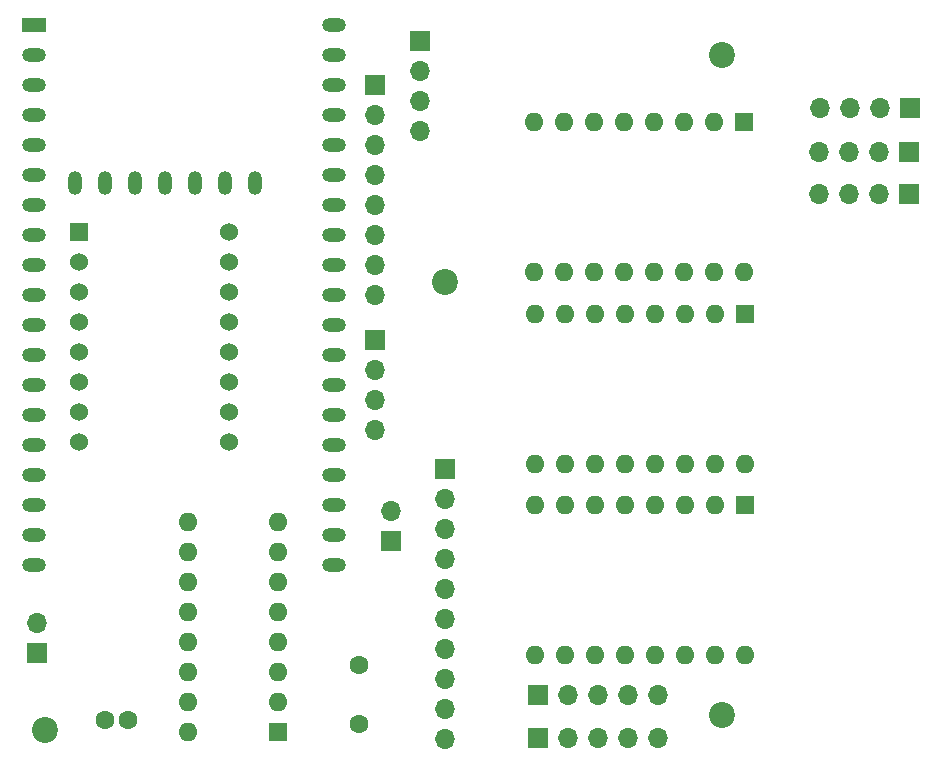
<source format=gbr>
%TF.GenerationSoftware,KiCad,Pcbnew,(7.0.0)*%
%TF.CreationDate,2023-05-19T14:17:50+07:00*%
%TF.ProjectId,wonder-reader-mk2-v2,776f6e64-6572-42d7-9265-616465722d6d,rev?*%
%TF.SameCoordinates,Original*%
%TF.FileFunction,Soldermask,Bot*%
%TF.FilePolarity,Negative*%
%FSLAX46Y46*%
G04 Gerber Fmt 4.6, Leading zero omitted, Abs format (unit mm)*
G04 Created by KiCad (PCBNEW (7.0.0)) date 2023-05-19 14:17:50*
%MOMM*%
%LPD*%
G01*
G04 APERTURE LIST*
%ADD10R,1.600000X1.600000*%
%ADD11O,1.600000X1.600000*%
%ADD12C,1.600000*%
%ADD13R,1.700000X1.700000*%
%ADD14O,1.700000X1.700000*%
%ADD15C,2.200000*%
%ADD16R,2.000000X1.200000*%
%ADD17O,2.000000X1.200000*%
%ADD18R,1.530000X1.530000*%
%ADD19C,1.530000*%
%ADD20O,1.200000X2.000000*%
G04 APERTURE END LIST*
D10*
%TO.C,A1*%
X165154532Y-111755464D03*
D11*
X162614532Y-111755464D03*
X160074532Y-111755464D03*
X157534532Y-111755464D03*
X154994532Y-111755464D03*
X152454532Y-111755464D03*
X149914532Y-111755464D03*
X147374532Y-111755464D03*
X147374532Y-124455464D03*
X149914532Y-124455464D03*
X152454532Y-124455464D03*
X154994532Y-124455464D03*
X157534532Y-124455464D03*
X160074532Y-124455464D03*
X162614532Y-124455464D03*
X165154532Y-124455464D03*
%TD*%
D10*
%TO.C,U5*%
X125616850Y-130944114D03*
D11*
X125616850Y-128404114D03*
X125616850Y-125864114D03*
X125616850Y-123324114D03*
X125616850Y-120784114D03*
X125616850Y-118244114D03*
X125616850Y-115704114D03*
X125616850Y-113164114D03*
X117996850Y-113164114D03*
X117996850Y-115704114D03*
X117996850Y-118244114D03*
X117996850Y-120784114D03*
X117996850Y-123324114D03*
X117996850Y-125864114D03*
X117996850Y-128404114D03*
X117996850Y-130944114D03*
%TD*%
D12*
%TO.C,C1*%
X132541682Y-130270696D03*
X132541682Y-125270696D03*
%TD*%
D13*
%TO.C,J3*%
X139787204Y-108660183D03*
D14*
X139787204Y-111200183D03*
X139787204Y-113740183D03*
X139787204Y-116280183D03*
X139787204Y-118820183D03*
X139787204Y-121360183D03*
X139787204Y-123900183D03*
X139787204Y-126440183D03*
X139787204Y-128980183D03*
X139787204Y-131520183D03*
%TD*%
D13*
%TO.C,J7*%
X147646952Y-131432444D03*
D14*
X150186952Y-131432444D03*
X152726952Y-131432444D03*
X155266952Y-131432444D03*
X157806952Y-131432444D03*
%TD*%
D15*
%TO.C,H3*%
X163272561Y-73597706D03*
%TD*%
D13*
%TO.C,J6*%
X137638552Y-72413937D03*
D14*
X137638552Y-74953937D03*
X137638552Y-77493937D03*
X137638552Y-80033937D03*
%TD*%
D12*
%TO.C,C2*%
X110968553Y-129915928D03*
X112968553Y-129915928D03*
%TD*%
D10*
%TO.C,A2*%
X165154532Y-95545464D03*
D11*
X162614532Y-95545464D03*
X160074532Y-95545464D03*
X157534532Y-95545464D03*
X154994532Y-95545464D03*
X152454532Y-95545464D03*
X149914532Y-95545464D03*
X147374532Y-95545464D03*
X147374532Y-108245464D03*
X149914532Y-108245464D03*
X152454532Y-108245464D03*
X154994532Y-108245464D03*
X157534532Y-108245464D03*
X160074532Y-108245464D03*
X162614532Y-108245464D03*
X165154532Y-108245464D03*
%TD*%
D13*
%TO.C,J4*%
X135246505Y-114775026D03*
D14*
X135246505Y-112235026D03*
%TD*%
D13*
%TO.C,J5*%
X133828552Y-76213937D03*
D14*
X133828552Y-78753937D03*
X133828552Y-81293937D03*
X133828552Y-83833937D03*
X133828552Y-86373937D03*
X133828552Y-88913937D03*
X133828552Y-91453937D03*
X133828552Y-93993937D03*
%TD*%
D16*
%TO.C,U1*%
X105014959Y-71094589D03*
D17*
X105014959Y-73634589D03*
X105014959Y-76174589D03*
X105014959Y-78714589D03*
X105014959Y-81254589D03*
X105014959Y-83794589D03*
X105014959Y-86334589D03*
X105014959Y-88874589D03*
X105014959Y-91414589D03*
X105014959Y-93954589D03*
X105014959Y-96494589D03*
X105014959Y-99034589D03*
X105014959Y-101574589D03*
X105014959Y-104114589D03*
X105014959Y-106654589D03*
X105014959Y-109194589D03*
X105014959Y-111734589D03*
X105014959Y-114274589D03*
X105014959Y-116814589D03*
X130411279Y-116811869D03*
X130411279Y-114271869D03*
X130414959Y-111734589D03*
X130414959Y-109194589D03*
X130414959Y-106654589D03*
X130414959Y-104114589D03*
X130414959Y-101574589D03*
X130414959Y-99034589D03*
X130414959Y-96494589D03*
X130414959Y-93954589D03*
X130414959Y-91414589D03*
X130414959Y-88874589D03*
X130414959Y-86334589D03*
X130414959Y-83794589D03*
X130414959Y-81254589D03*
X130414959Y-78714589D03*
X130414959Y-76174589D03*
X130414959Y-73634589D03*
X130414959Y-71094589D03*
%TD*%
D13*
%TO.C,J11*%
X179122293Y-78163587D03*
D14*
X176582293Y-78163587D03*
X174042293Y-78163587D03*
X171502293Y-78163587D03*
%TD*%
D13*
%TO.C,J2*%
X105210563Y-124253439D03*
D14*
X105210563Y-121713439D03*
%TD*%
D15*
%TO.C,H4*%
X163272561Y-129477706D03*
%TD*%
D13*
%TO.C,J9*%
X179099848Y-85424370D03*
D14*
X176559848Y-85424370D03*
X174019848Y-85424370D03*
X171479848Y-85424370D03*
%TD*%
D13*
%TO.C,J10*%
X179108102Y-81809580D03*
D14*
X176568102Y-81809580D03*
X174028102Y-81809580D03*
X171488102Y-81809580D03*
%TD*%
D13*
%TO.C,J1*%
X133828552Y-97803937D03*
D14*
X133828552Y-100343937D03*
X133828552Y-102883937D03*
X133828552Y-105423937D03*
%TD*%
D15*
%TO.C,H1*%
X139815203Y-92863749D03*
%TD*%
D10*
%TO.C,A3*%
X165099999Y-79293319D03*
D11*
X162559999Y-79293319D03*
X160019999Y-79293319D03*
X157479999Y-79293319D03*
X154939999Y-79293319D03*
X152399999Y-79293319D03*
X149859999Y-79293319D03*
X147319999Y-79293319D03*
X147319999Y-91993319D03*
X149859999Y-91993319D03*
X152399999Y-91993319D03*
X154939999Y-91993319D03*
X157479999Y-91993319D03*
X160019999Y-91993319D03*
X162559999Y-91993319D03*
X165099999Y-91993319D03*
%TD*%
D18*
%TO.C,U2*%
X108776201Y-88658017D03*
D19*
X108776202Y-91198018D03*
X108776202Y-93738018D03*
X108776202Y-96278018D03*
X108776202Y-98818018D03*
X108776202Y-101358018D03*
X108776202Y-103898018D03*
X108776202Y-106438018D03*
X121476202Y-106438018D03*
X121476202Y-103898018D03*
X121476202Y-101358018D03*
X121476202Y-98818018D03*
X121476202Y-96278018D03*
X121476202Y-93738018D03*
X121476202Y-91198018D03*
X121476202Y-88658018D03*
%TD*%
D15*
%TO.C,H2*%
X105888553Y-130823938D03*
%TD*%
D13*
%TO.C,J14*%
X147633171Y-127822421D03*
D14*
X150173171Y-127822421D03*
X152713171Y-127822421D03*
X155253171Y-127822421D03*
X157793171Y-127822421D03*
%TD*%
D20*
%TO.C,U6*%
X108440671Y-84452759D03*
X110980671Y-84452759D03*
X113520671Y-84452759D03*
X116060671Y-84452759D03*
X118600671Y-84452759D03*
X121140671Y-84452759D03*
X123680671Y-84452759D03*
%TD*%
M02*

</source>
